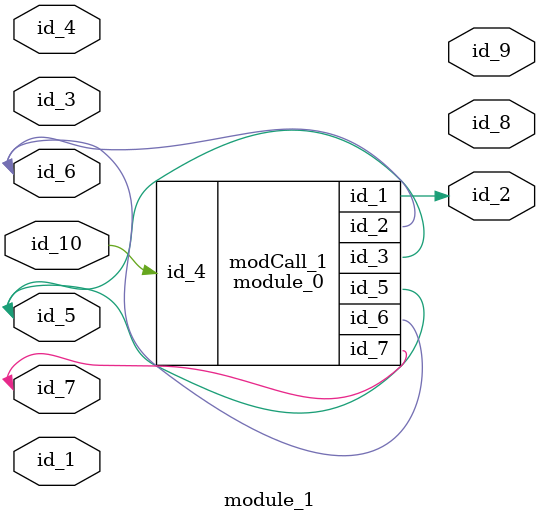
<source format=v>
module module_0 (
    id_1,
    id_2,
    id_3,
    id_4,
    id_5,
    id_6,
    id_7
);
  output wire id_7;
  inout wire id_6;
  inout wire id_5;
  input wire id_4;
  output wire id_3;
  output wire id_2;
  output wire id_1;
  assign id_2 = id_5;
endmodule
module module_1 (
    id_1,
    id_2,
    id_3,
    id_4,
    id_5,
    id_6,
    id_7,
    id_8,
    id_9,
    id_10
);
  inout wire id_10;
  output wire id_9;
  output wire id_8;
  inout wire id_7;
  inout wire id_6;
  inout wire id_5;
  module_0 modCall_1 (
      id_2,
      id_6,
      id_5,
      id_10,
      id_5,
      id_6,
      id_7
  );
  inout wire id_4;
  input wire id_3;
  output wire id_2;
  inout wire id_1;
  wire id_11;
endmodule

</source>
